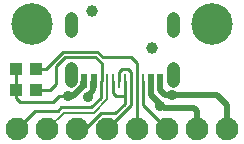
<source format=gbr>
G04 EAGLE Gerber RS-274X export*
G75*
%MOMM*%
%FSLAX34Y34*%
%LPD*%
%INTop Copper*%
%IPPOS*%
%AMOC8*
5,1,8,0,0,1.08239X$1,22.5*%
G01*
%ADD10C,1.000000*%
%ADD11C,3.516000*%
%ADD12R,0.575000X1.150000*%
%ADD13R,0.275000X1.150000*%
%ADD14C,1.108000*%
%ADD15C,1.930400*%
%ADD16R,1.075000X1.000000*%
%ADD17C,0.508000*%
%ADD18C,0.889000*%
%ADD19C,0.254000*%
%ADD20C,0.203200*%


D10*
X127000Y93980D03*
X76200Y125730D03*
D11*
X177800Y114300D03*
X25400Y114300D03*
D12*
X133600Y66150D03*
X125600Y66150D03*
D13*
X119100Y66150D03*
X114100Y66150D03*
X109100Y66150D03*
X104100Y66150D03*
X99100Y66150D03*
X94100Y66150D03*
X89100Y66150D03*
X84100Y66150D03*
D12*
X77600Y66150D03*
X69600Y66150D03*
D14*
X144800Y108160D02*
X144800Y119240D01*
X58400Y119240D02*
X58400Y108160D01*
X58400Y77440D02*
X58400Y66360D01*
X144800Y66360D02*
X144800Y77440D01*
D15*
X190500Y25400D03*
X165100Y25400D03*
X139700Y25400D03*
X114300Y25400D03*
X88900Y25400D03*
X63500Y25400D03*
X38100Y25400D03*
X12700Y25400D03*
D16*
X11820Y58420D03*
X28820Y58420D03*
X11820Y76200D03*
X28820Y76200D03*
D17*
X125600Y66150D02*
X126153Y65597D01*
X126153Y54289D01*
X134214Y46228D01*
X136754Y43688D01*
X162052Y43688D02*
X165100Y40640D01*
X165100Y25400D01*
X162052Y43688D02*
X136754Y43688D01*
D18*
X72390Y52515D03*
D17*
X77047Y65597D02*
X77600Y66150D01*
X77047Y65597D02*
X77047Y58506D01*
X72390Y53849D02*
X72390Y52515D01*
X72390Y53849D02*
X77047Y58506D01*
D18*
X133181Y45195D03*
D17*
X134214Y46228D01*
D19*
X11820Y58420D02*
X11820Y76200D01*
D17*
X190500Y45720D02*
X190500Y25400D01*
D18*
X55880Y53340D03*
D17*
X68512Y65062D02*
X69600Y66150D01*
X68512Y65062D02*
X68512Y62171D01*
X59681Y53340D01*
X55880Y53340D01*
D18*
X143510Y54039D03*
D19*
X11820Y51680D02*
X11820Y58420D01*
X11820Y51680D02*
X15240Y48260D01*
X43180Y48260D02*
X48260Y53340D01*
X55880Y53340D01*
X43180Y48260D02*
X15240Y48260D01*
D17*
X137986Y54039D02*
X143510Y54039D01*
X137986Y54039D02*
X133604Y58420D01*
X133604Y66146D01*
X133600Y66150D01*
X143510Y54039D02*
X182182Y54039D01*
X190500Y45720D01*
D19*
X104100Y66150D02*
X103777Y65827D01*
X103777Y53340D01*
X103777Y46743D01*
X95827Y38793D01*
X83243Y38793D01*
X69850Y25400D02*
X63500Y25400D01*
X69850Y25400D02*
X83243Y38793D01*
X94100Y55760D02*
X94100Y66150D01*
X94100Y55760D02*
X96520Y53340D01*
X103777Y53340D01*
X109100Y45600D02*
X109100Y66150D01*
X109100Y45600D02*
X88900Y25400D01*
X99100Y66150D02*
X99100Y73700D01*
X101600Y76200D01*
X106680Y76200D01*
X109220Y73660D01*
X109100Y73540D01*
X109100Y66150D01*
X114100Y66150D02*
X114100Y25600D01*
X114300Y25400D01*
X80634Y90932D02*
X51446Y90932D01*
X36714Y76200D02*
X28820Y76200D01*
X80634Y90932D02*
X85206Y86360D01*
X51446Y90932D02*
X36714Y76200D01*
X85206Y86360D02*
X109220Y86360D01*
X114100Y81480D02*
X114100Y66150D01*
X114100Y81480D02*
X109220Y86360D01*
X84100Y66150D02*
X83777Y65827D01*
X83777Y52143D01*
X75576Y43942D02*
X50176Y43942D01*
X46874Y40640D01*
X75576Y43942D02*
X83777Y52143D01*
X27940Y40640D02*
X12700Y25400D01*
X27940Y40640D02*
X46874Y40640D01*
X84100Y66150D02*
X84100Y81000D01*
X78740Y86360D01*
X45720Y78740D02*
X45720Y63500D01*
X40640Y58420D01*
X28820Y58420D01*
X53340Y86360D02*
X78740Y86360D01*
X53340Y86360D02*
X45720Y78740D01*
D20*
X89100Y66150D02*
X89100Y51000D01*
X77470Y39370D01*
X52070Y39370D01*
X38100Y25400D01*
D19*
X119100Y46000D02*
X119100Y66150D01*
X119100Y46000D02*
X139700Y25400D01*
M02*

</source>
